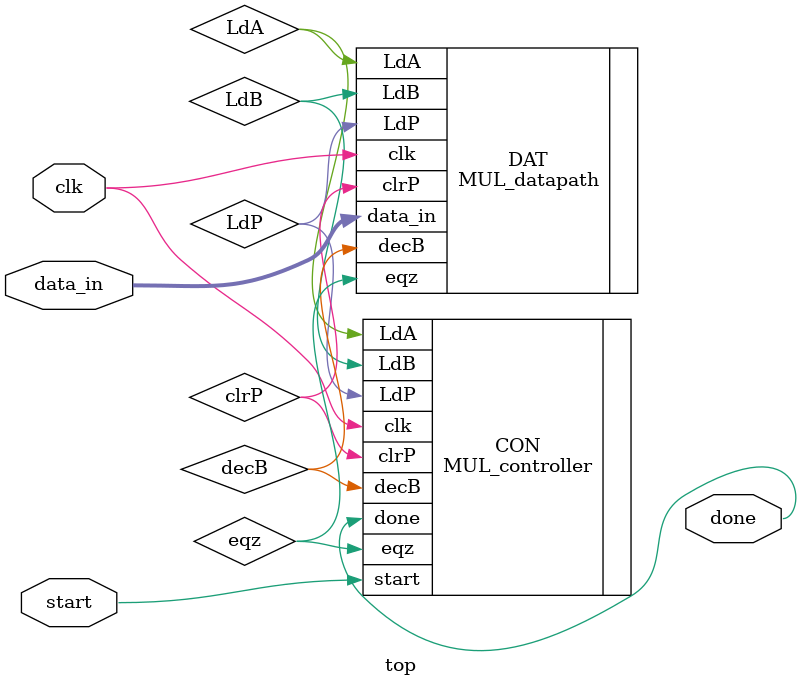
<source format=v>
`include "MUL_datapath.v"
`include "MUL_controller.v"

module top (output wire done,
            input [15:0] data_in,
            input wire  start, clk
);

wire LdA, LdB, LdP, clrP ,decB, eqz;

MUL_controller CON (    .done(done),
                        .clk(clk),
                        .start(start),
                        .LdA(LdA),
                        .LdB(LdB),
                        .LdP(LdP),
                        .clrP(clrP),
                        .decB(decB),
                        .eqz(eqz)
                    );

MUL_datapath DAT (      .clk(clk),
                        .LdA(LdA),
                        .LdB(LdB),
                        .LdP(LdP),
                        .clrP(clrP),
                        .decB(decB),
                        .eqz(eqz),
                        .data_in(data_in)
                    );


endmodule //top
</source>
